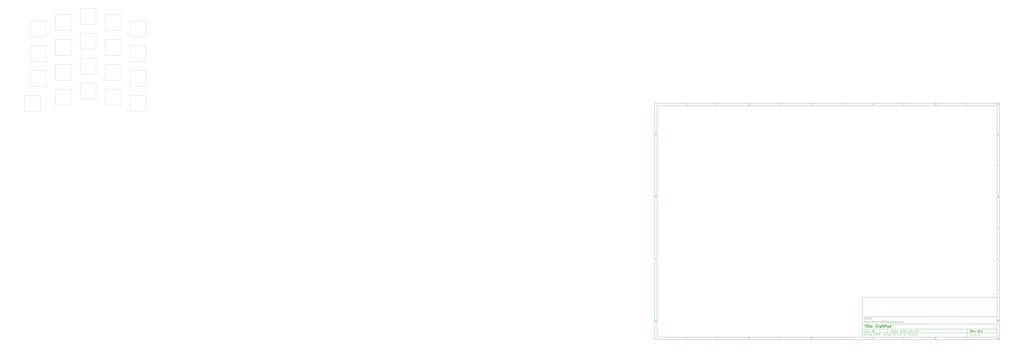
<source format=gbr>
%TF.GenerationSoftware,KiCad,Pcbnew,(5.1.9-0-10_14)*%
%TF.CreationDate,2021-04-02T00:26:10+08:00*%
%TF.ProjectId,MinecraftPad,4d696e65-6372-4616-9674-5061642e6b69,v0.1*%
%TF.SameCoordinates,Original*%
%TF.FileFunction,Other,Fab,Bot*%
%FSLAX46Y46*%
G04 Gerber Fmt 4.6, Leading zero omitted, Abs format (unit mm)*
G04 Created by KiCad (PCBNEW (5.1.9-0-10_14)) date 2021-04-02 00:26:10*
%MOMM*%
%LPD*%
G01*
G04 APERTURE LIST*
%ADD10C,0.100000*%
%ADD11C,0.150000*%
%ADD12C,0.300000*%
%ADD13C,0.400000*%
G04 APERTURE END LIST*
D10*
D11*
X177002200Y-166007200D02*
X177002200Y-198007200D01*
X285002200Y-198007200D01*
X285002200Y-166007200D01*
X177002200Y-166007200D01*
D10*
D11*
X10000000Y-10000000D02*
X10000000Y-200007200D01*
X287002200Y-200007200D01*
X287002200Y-10000000D01*
X10000000Y-10000000D01*
D10*
D11*
X12000000Y-12000000D02*
X12000000Y-198007200D01*
X285002200Y-198007200D01*
X285002200Y-12000000D01*
X12000000Y-12000000D01*
D10*
D11*
X60000000Y-12000000D02*
X60000000Y-10000000D01*
D10*
D11*
X110000000Y-12000000D02*
X110000000Y-10000000D01*
D10*
D11*
X160000000Y-12000000D02*
X160000000Y-10000000D01*
D10*
D11*
X210000000Y-12000000D02*
X210000000Y-10000000D01*
D10*
D11*
X260000000Y-12000000D02*
X260000000Y-10000000D01*
D10*
D11*
X36065476Y-11588095D02*
X35322619Y-11588095D01*
X35694047Y-11588095D02*
X35694047Y-10288095D01*
X35570238Y-10473809D01*
X35446428Y-10597619D01*
X35322619Y-10659523D01*
D10*
D11*
X85322619Y-10411904D02*
X85384523Y-10350000D01*
X85508333Y-10288095D01*
X85817857Y-10288095D01*
X85941666Y-10350000D01*
X86003571Y-10411904D01*
X86065476Y-10535714D01*
X86065476Y-10659523D01*
X86003571Y-10845238D01*
X85260714Y-11588095D01*
X86065476Y-11588095D01*
D10*
D11*
X135260714Y-10288095D02*
X136065476Y-10288095D01*
X135632142Y-10783333D01*
X135817857Y-10783333D01*
X135941666Y-10845238D01*
X136003571Y-10907142D01*
X136065476Y-11030952D01*
X136065476Y-11340476D01*
X136003571Y-11464285D01*
X135941666Y-11526190D01*
X135817857Y-11588095D01*
X135446428Y-11588095D01*
X135322619Y-11526190D01*
X135260714Y-11464285D01*
D10*
D11*
X185941666Y-10721428D02*
X185941666Y-11588095D01*
X185632142Y-10226190D02*
X185322619Y-11154761D01*
X186127380Y-11154761D01*
D10*
D11*
X236003571Y-10288095D02*
X235384523Y-10288095D01*
X235322619Y-10907142D01*
X235384523Y-10845238D01*
X235508333Y-10783333D01*
X235817857Y-10783333D01*
X235941666Y-10845238D01*
X236003571Y-10907142D01*
X236065476Y-11030952D01*
X236065476Y-11340476D01*
X236003571Y-11464285D01*
X235941666Y-11526190D01*
X235817857Y-11588095D01*
X235508333Y-11588095D01*
X235384523Y-11526190D01*
X235322619Y-11464285D01*
D10*
D11*
X285941666Y-10288095D02*
X285694047Y-10288095D01*
X285570238Y-10350000D01*
X285508333Y-10411904D01*
X285384523Y-10597619D01*
X285322619Y-10845238D01*
X285322619Y-11340476D01*
X285384523Y-11464285D01*
X285446428Y-11526190D01*
X285570238Y-11588095D01*
X285817857Y-11588095D01*
X285941666Y-11526190D01*
X286003571Y-11464285D01*
X286065476Y-11340476D01*
X286065476Y-11030952D01*
X286003571Y-10907142D01*
X285941666Y-10845238D01*
X285817857Y-10783333D01*
X285570238Y-10783333D01*
X285446428Y-10845238D01*
X285384523Y-10907142D01*
X285322619Y-11030952D01*
D10*
D11*
X60000000Y-198007200D02*
X60000000Y-200007200D01*
D10*
D11*
X110000000Y-198007200D02*
X110000000Y-200007200D01*
D10*
D11*
X160000000Y-198007200D02*
X160000000Y-200007200D01*
D10*
D11*
X210000000Y-198007200D02*
X210000000Y-200007200D01*
D10*
D11*
X260000000Y-198007200D02*
X260000000Y-200007200D01*
D10*
D11*
X36065476Y-199595295D02*
X35322619Y-199595295D01*
X35694047Y-199595295D02*
X35694047Y-198295295D01*
X35570238Y-198481009D01*
X35446428Y-198604819D01*
X35322619Y-198666723D01*
D10*
D11*
X85322619Y-198419104D02*
X85384523Y-198357200D01*
X85508333Y-198295295D01*
X85817857Y-198295295D01*
X85941666Y-198357200D01*
X86003571Y-198419104D01*
X86065476Y-198542914D01*
X86065476Y-198666723D01*
X86003571Y-198852438D01*
X85260714Y-199595295D01*
X86065476Y-199595295D01*
D10*
D11*
X135260714Y-198295295D02*
X136065476Y-198295295D01*
X135632142Y-198790533D01*
X135817857Y-198790533D01*
X135941666Y-198852438D01*
X136003571Y-198914342D01*
X136065476Y-199038152D01*
X136065476Y-199347676D01*
X136003571Y-199471485D01*
X135941666Y-199533390D01*
X135817857Y-199595295D01*
X135446428Y-199595295D01*
X135322619Y-199533390D01*
X135260714Y-199471485D01*
D10*
D11*
X185941666Y-198728628D02*
X185941666Y-199595295D01*
X185632142Y-198233390D02*
X185322619Y-199161961D01*
X186127380Y-199161961D01*
D10*
D11*
X236003571Y-198295295D02*
X235384523Y-198295295D01*
X235322619Y-198914342D01*
X235384523Y-198852438D01*
X235508333Y-198790533D01*
X235817857Y-198790533D01*
X235941666Y-198852438D01*
X236003571Y-198914342D01*
X236065476Y-199038152D01*
X236065476Y-199347676D01*
X236003571Y-199471485D01*
X235941666Y-199533390D01*
X235817857Y-199595295D01*
X235508333Y-199595295D01*
X235384523Y-199533390D01*
X235322619Y-199471485D01*
D10*
D11*
X285941666Y-198295295D02*
X285694047Y-198295295D01*
X285570238Y-198357200D01*
X285508333Y-198419104D01*
X285384523Y-198604819D01*
X285322619Y-198852438D01*
X285322619Y-199347676D01*
X285384523Y-199471485D01*
X285446428Y-199533390D01*
X285570238Y-199595295D01*
X285817857Y-199595295D01*
X285941666Y-199533390D01*
X286003571Y-199471485D01*
X286065476Y-199347676D01*
X286065476Y-199038152D01*
X286003571Y-198914342D01*
X285941666Y-198852438D01*
X285817857Y-198790533D01*
X285570238Y-198790533D01*
X285446428Y-198852438D01*
X285384523Y-198914342D01*
X285322619Y-199038152D01*
D10*
D11*
X10000000Y-60000000D02*
X12000000Y-60000000D01*
D10*
D11*
X10000000Y-110000000D02*
X12000000Y-110000000D01*
D10*
D11*
X10000000Y-160000000D02*
X12000000Y-160000000D01*
D10*
D11*
X10690476Y-35216666D02*
X11309523Y-35216666D01*
X10566666Y-35588095D02*
X11000000Y-34288095D01*
X11433333Y-35588095D01*
D10*
D11*
X11092857Y-84907142D02*
X11278571Y-84969047D01*
X11340476Y-85030952D01*
X11402380Y-85154761D01*
X11402380Y-85340476D01*
X11340476Y-85464285D01*
X11278571Y-85526190D01*
X11154761Y-85588095D01*
X10659523Y-85588095D01*
X10659523Y-84288095D01*
X11092857Y-84288095D01*
X11216666Y-84350000D01*
X11278571Y-84411904D01*
X11340476Y-84535714D01*
X11340476Y-84659523D01*
X11278571Y-84783333D01*
X11216666Y-84845238D01*
X11092857Y-84907142D01*
X10659523Y-84907142D01*
D10*
D11*
X11402380Y-135464285D02*
X11340476Y-135526190D01*
X11154761Y-135588095D01*
X11030952Y-135588095D01*
X10845238Y-135526190D01*
X10721428Y-135402380D01*
X10659523Y-135278571D01*
X10597619Y-135030952D01*
X10597619Y-134845238D01*
X10659523Y-134597619D01*
X10721428Y-134473809D01*
X10845238Y-134350000D01*
X11030952Y-134288095D01*
X11154761Y-134288095D01*
X11340476Y-134350000D01*
X11402380Y-134411904D01*
D10*
D11*
X10659523Y-185588095D02*
X10659523Y-184288095D01*
X10969047Y-184288095D01*
X11154761Y-184350000D01*
X11278571Y-184473809D01*
X11340476Y-184597619D01*
X11402380Y-184845238D01*
X11402380Y-185030952D01*
X11340476Y-185278571D01*
X11278571Y-185402380D01*
X11154761Y-185526190D01*
X10969047Y-185588095D01*
X10659523Y-185588095D01*
D10*
D11*
X287002200Y-60000000D02*
X285002200Y-60000000D01*
D10*
D11*
X287002200Y-110000000D02*
X285002200Y-110000000D01*
D10*
D11*
X287002200Y-160000000D02*
X285002200Y-160000000D01*
D10*
D11*
X285692676Y-35216666D02*
X286311723Y-35216666D01*
X285568866Y-35588095D02*
X286002200Y-34288095D01*
X286435533Y-35588095D01*
D10*
D11*
X286095057Y-84907142D02*
X286280771Y-84969047D01*
X286342676Y-85030952D01*
X286404580Y-85154761D01*
X286404580Y-85340476D01*
X286342676Y-85464285D01*
X286280771Y-85526190D01*
X286156961Y-85588095D01*
X285661723Y-85588095D01*
X285661723Y-84288095D01*
X286095057Y-84288095D01*
X286218866Y-84350000D01*
X286280771Y-84411904D01*
X286342676Y-84535714D01*
X286342676Y-84659523D01*
X286280771Y-84783333D01*
X286218866Y-84845238D01*
X286095057Y-84907142D01*
X285661723Y-84907142D01*
D10*
D11*
X286404580Y-135464285D02*
X286342676Y-135526190D01*
X286156961Y-135588095D01*
X286033152Y-135588095D01*
X285847438Y-135526190D01*
X285723628Y-135402380D01*
X285661723Y-135278571D01*
X285599819Y-135030952D01*
X285599819Y-134845238D01*
X285661723Y-134597619D01*
X285723628Y-134473809D01*
X285847438Y-134350000D01*
X286033152Y-134288095D01*
X286156961Y-134288095D01*
X286342676Y-134350000D01*
X286404580Y-134411904D01*
D10*
D11*
X285661723Y-185588095D02*
X285661723Y-184288095D01*
X285971247Y-184288095D01*
X286156961Y-184350000D01*
X286280771Y-184473809D01*
X286342676Y-184597619D01*
X286404580Y-184845238D01*
X286404580Y-185030952D01*
X286342676Y-185278571D01*
X286280771Y-185402380D01*
X286156961Y-185526190D01*
X285971247Y-185588095D01*
X285661723Y-185588095D01*
D10*
D11*
X200434342Y-193785771D02*
X200434342Y-192285771D01*
X200791485Y-192285771D01*
X201005771Y-192357200D01*
X201148628Y-192500057D01*
X201220057Y-192642914D01*
X201291485Y-192928628D01*
X201291485Y-193142914D01*
X201220057Y-193428628D01*
X201148628Y-193571485D01*
X201005771Y-193714342D01*
X200791485Y-193785771D01*
X200434342Y-193785771D01*
X202577200Y-193785771D02*
X202577200Y-193000057D01*
X202505771Y-192857200D01*
X202362914Y-192785771D01*
X202077200Y-192785771D01*
X201934342Y-192857200D01*
X202577200Y-193714342D02*
X202434342Y-193785771D01*
X202077200Y-193785771D01*
X201934342Y-193714342D01*
X201862914Y-193571485D01*
X201862914Y-193428628D01*
X201934342Y-193285771D01*
X202077200Y-193214342D01*
X202434342Y-193214342D01*
X202577200Y-193142914D01*
X203077200Y-192785771D02*
X203648628Y-192785771D01*
X203291485Y-192285771D02*
X203291485Y-193571485D01*
X203362914Y-193714342D01*
X203505771Y-193785771D01*
X203648628Y-193785771D01*
X204720057Y-193714342D02*
X204577200Y-193785771D01*
X204291485Y-193785771D01*
X204148628Y-193714342D01*
X204077200Y-193571485D01*
X204077200Y-193000057D01*
X204148628Y-192857200D01*
X204291485Y-192785771D01*
X204577200Y-192785771D01*
X204720057Y-192857200D01*
X204791485Y-193000057D01*
X204791485Y-193142914D01*
X204077200Y-193285771D01*
X205434342Y-193642914D02*
X205505771Y-193714342D01*
X205434342Y-193785771D01*
X205362914Y-193714342D01*
X205434342Y-193642914D01*
X205434342Y-193785771D01*
X205434342Y-192857200D02*
X205505771Y-192928628D01*
X205434342Y-193000057D01*
X205362914Y-192928628D01*
X205434342Y-192857200D01*
X205434342Y-193000057D01*
X207220057Y-192428628D02*
X207291485Y-192357200D01*
X207434342Y-192285771D01*
X207791485Y-192285771D01*
X207934342Y-192357200D01*
X208005771Y-192428628D01*
X208077200Y-192571485D01*
X208077200Y-192714342D01*
X208005771Y-192928628D01*
X207148628Y-193785771D01*
X208077200Y-193785771D01*
X209005771Y-192285771D02*
X209148628Y-192285771D01*
X209291485Y-192357200D01*
X209362914Y-192428628D01*
X209434342Y-192571485D01*
X209505771Y-192857200D01*
X209505771Y-193214342D01*
X209434342Y-193500057D01*
X209362914Y-193642914D01*
X209291485Y-193714342D01*
X209148628Y-193785771D01*
X209005771Y-193785771D01*
X208862914Y-193714342D01*
X208791485Y-193642914D01*
X208720057Y-193500057D01*
X208648628Y-193214342D01*
X208648628Y-192857200D01*
X208720057Y-192571485D01*
X208791485Y-192428628D01*
X208862914Y-192357200D01*
X209005771Y-192285771D01*
X210077200Y-192428628D02*
X210148628Y-192357200D01*
X210291485Y-192285771D01*
X210648628Y-192285771D01*
X210791485Y-192357200D01*
X210862914Y-192428628D01*
X210934342Y-192571485D01*
X210934342Y-192714342D01*
X210862914Y-192928628D01*
X210005771Y-193785771D01*
X210934342Y-193785771D01*
X212362914Y-193785771D02*
X211505771Y-193785771D01*
X211934342Y-193785771D02*
X211934342Y-192285771D01*
X211791485Y-192500057D01*
X211648628Y-192642914D01*
X211505771Y-192714342D01*
X213005771Y-193214342D02*
X214148628Y-193214342D01*
X215148628Y-192285771D02*
X215291485Y-192285771D01*
X215434342Y-192357200D01*
X215505771Y-192428628D01*
X215577200Y-192571485D01*
X215648628Y-192857200D01*
X215648628Y-193214342D01*
X215577200Y-193500057D01*
X215505771Y-193642914D01*
X215434342Y-193714342D01*
X215291485Y-193785771D01*
X215148628Y-193785771D01*
X215005771Y-193714342D01*
X214934342Y-193642914D01*
X214862914Y-193500057D01*
X214791485Y-193214342D01*
X214791485Y-192857200D01*
X214862914Y-192571485D01*
X214934342Y-192428628D01*
X215005771Y-192357200D01*
X215148628Y-192285771D01*
X216934342Y-192785771D02*
X216934342Y-193785771D01*
X216577200Y-192214342D02*
X216220057Y-193285771D01*
X217148628Y-193285771D01*
X217720057Y-193214342D02*
X218862914Y-193214342D01*
X219862914Y-192285771D02*
X220005771Y-192285771D01*
X220148628Y-192357200D01*
X220220057Y-192428628D01*
X220291485Y-192571485D01*
X220362914Y-192857200D01*
X220362914Y-193214342D01*
X220291485Y-193500057D01*
X220220057Y-193642914D01*
X220148628Y-193714342D01*
X220005771Y-193785771D01*
X219862914Y-193785771D01*
X219720057Y-193714342D01*
X219648628Y-193642914D01*
X219577200Y-193500057D01*
X219505771Y-193214342D01*
X219505771Y-192857200D01*
X219577200Y-192571485D01*
X219648628Y-192428628D01*
X219720057Y-192357200D01*
X219862914Y-192285771D01*
X221791485Y-193785771D02*
X220934342Y-193785771D01*
X221362914Y-193785771D02*
X221362914Y-192285771D01*
X221220057Y-192500057D01*
X221077200Y-192642914D01*
X220934342Y-192714342D01*
D10*
D11*
X177002200Y-194507200D02*
X285002200Y-194507200D01*
D10*
D11*
X178434342Y-196585771D02*
X178434342Y-195085771D01*
X179291485Y-196585771D02*
X178648628Y-195728628D01*
X179291485Y-195085771D02*
X178434342Y-195942914D01*
X179934342Y-196585771D02*
X179934342Y-195585771D01*
X179934342Y-195085771D02*
X179862914Y-195157200D01*
X179934342Y-195228628D01*
X180005771Y-195157200D01*
X179934342Y-195085771D01*
X179934342Y-195228628D01*
X181505771Y-196442914D02*
X181434342Y-196514342D01*
X181220057Y-196585771D01*
X181077200Y-196585771D01*
X180862914Y-196514342D01*
X180720057Y-196371485D01*
X180648628Y-196228628D01*
X180577200Y-195942914D01*
X180577200Y-195728628D01*
X180648628Y-195442914D01*
X180720057Y-195300057D01*
X180862914Y-195157200D01*
X181077200Y-195085771D01*
X181220057Y-195085771D01*
X181434342Y-195157200D01*
X181505771Y-195228628D01*
X182791485Y-196585771D02*
X182791485Y-195800057D01*
X182720057Y-195657200D01*
X182577200Y-195585771D01*
X182291485Y-195585771D01*
X182148628Y-195657200D01*
X182791485Y-196514342D02*
X182648628Y-196585771D01*
X182291485Y-196585771D01*
X182148628Y-196514342D01*
X182077200Y-196371485D01*
X182077200Y-196228628D01*
X182148628Y-196085771D01*
X182291485Y-196014342D01*
X182648628Y-196014342D01*
X182791485Y-195942914D01*
X184148628Y-196585771D02*
X184148628Y-195085771D01*
X184148628Y-196514342D02*
X184005771Y-196585771D01*
X183720057Y-196585771D01*
X183577200Y-196514342D01*
X183505771Y-196442914D01*
X183434342Y-196300057D01*
X183434342Y-195871485D01*
X183505771Y-195728628D01*
X183577200Y-195657200D01*
X183720057Y-195585771D01*
X184005771Y-195585771D01*
X184148628Y-195657200D01*
X186005771Y-195800057D02*
X186505771Y-195800057D01*
X186720057Y-196585771D02*
X186005771Y-196585771D01*
X186005771Y-195085771D01*
X186720057Y-195085771D01*
X187362914Y-196442914D02*
X187434342Y-196514342D01*
X187362914Y-196585771D01*
X187291485Y-196514342D01*
X187362914Y-196442914D01*
X187362914Y-196585771D01*
X188077200Y-196585771D02*
X188077200Y-195085771D01*
X188434342Y-195085771D01*
X188648628Y-195157200D01*
X188791485Y-195300057D01*
X188862914Y-195442914D01*
X188934342Y-195728628D01*
X188934342Y-195942914D01*
X188862914Y-196228628D01*
X188791485Y-196371485D01*
X188648628Y-196514342D01*
X188434342Y-196585771D01*
X188077200Y-196585771D01*
X189577200Y-196442914D02*
X189648628Y-196514342D01*
X189577200Y-196585771D01*
X189505771Y-196514342D01*
X189577200Y-196442914D01*
X189577200Y-196585771D01*
X190220057Y-196157200D02*
X190934342Y-196157200D01*
X190077200Y-196585771D02*
X190577200Y-195085771D01*
X191077200Y-196585771D01*
X191577200Y-196442914D02*
X191648628Y-196514342D01*
X191577200Y-196585771D01*
X191505771Y-196514342D01*
X191577200Y-196442914D01*
X191577200Y-196585771D01*
X194577200Y-196585771D02*
X194577200Y-195085771D01*
X194720057Y-196014342D02*
X195148628Y-196585771D01*
X195148628Y-195585771D02*
X194577200Y-196157200D01*
X195791485Y-196585771D02*
X195791485Y-195585771D01*
X195791485Y-195085771D02*
X195720057Y-195157200D01*
X195791485Y-195228628D01*
X195862914Y-195157200D01*
X195791485Y-195085771D01*
X195791485Y-195228628D01*
X197148628Y-196514342D02*
X197005771Y-196585771D01*
X196720057Y-196585771D01*
X196577200Y-196514342D01*
X196505771Y-196442914D01*
X196434342Y-196300057D01*
X196434342Y-195871485D01*
X196505771Y-195728628D01*
X196577200Y-195657200D01*
X196720057Y-195585771D01*
X197005771Y-195585771D01*
X197148628Y-195657200D01*
X198434342Y-196585771D02*
X198434342Y-195800057D01*
X198362914Y-195657200D01*
X198220057Y-195585771D01*
X197934342Y-195585771D01*
X197791485Y-195657200D01*
X198434342Y-196514342D02*
X198291485Y-196585771D01*
X197934342Y-196585771D01*
X197791485Y-196514342D01*
X197720057Y-196371485D01*
X197720057Y-196228628D01*
X197791485Y-196085771D01*
X197934342Y-196014342D01*
X198291485Y-196014342D01*
X198434342Y-195942914D01*
X199791485Y-196585771D02*
X199791485Y-195085771D01*
X199791485Y-196514342D02*
X199648628Y-196585771D01*
X199362914Y-196585771D01*
X199220057Y-196514342D01*
X199148628Y-196442914D01*
X199077200Y-196300057D01*
X199077200Y-195871485D01*
X199148628Y-195728628D01*
X199220057Y-195657200D01*
X199362914Y-195585771D01*
X199648628Y-195585771D01*
X199791485Y-195657200D01*
X202077200Y-197157200D02*
X202005771Y-197085771D01*
X201862914Y-196871485D01*
X201791485Y-196728628D01*
X201720057Y-196514342D01*
X201648628Y-196157200D01*
X201648628Y-195871485D01*
X201720057Y-195514342D01*
X201791485Y-195300057D01*
X201862914Y-195157200D01*
X202005771Y-194942914D01*
X202077200Y-194871485D01*
X203362914Y-195085771D02*
X202648628Y-195085771D01*
X202577200Y-195800057D01*
X202648628Y-195728628D01*
X202791485Y-195657200D01*
X203148628Y-195657200D01*
X203291485Y-195728628D01*
X203362914Y-195800057D01*
X203434342Y-195942914D01*
X203434342Y-196300057D01*
X203362914Y-196442914D01*
X203291485Y-196514342D01*
X203148628Y-196585771D01*
X202791485Y-196585771D01*
X202648628Y-196514342D01*
X202577200Y-196442914D01*
X204077200Y-196442914D02*
X204148628Y-196514342D01*
X204077200Y-196585771D01*
X204005771Y-196514342D01*
X204077200Y-196442914D01*
X204077200Y-196585771D01*
X205577200Y-196585771D02*
X204720057Y-196585771D01*
X205148628Y-196585771D02*
X205148628Y-195085771D01*
X205005771Y-195300057D01*
X204862914Y-195442914D01*
X204720057Y-195514342D01*
X206220057Y-196442914D02*
X206291485Y-196514342D01*
X206220057Y-196585771D01*
X206148628Y-196514342D01*
X206220057Y-196442914D01*
X206220057Y-196585771D01*
X207005771Y-196585771D02*
X207291485Y-196585771D01*
X207434342Y-196514342D01*
X207505771Y-196442914D01*
X207648628Y-196228628D01*
X207720057Y-195942914D01*
X207720057Y-195371485D01*
X207648628Y-195228628D01*
X207577200Y-195157200D01*
X207434342Y-195085771D01*
X207148628Y-195085771D01*
X207005771Y-195157200D01*
X206934342Y-195228628D01*
X206862914Y-195371485D01*
X206862914Y-195728628D01*
X206934342Y-195871485D01*
X207005771Y-195942914D01*
X207148628Y-196014342D01*
X207434342Y-196014342D01*
X207577200Y-195942914D01*
X207648628Y-195871485D01*
X207720057Y-195728628D01*
X208362914Y-196014342D02*
X209505771Y-196014342D01*
X210505771Y-195085771D02*
X210648628Y-195085771D01*
X210791485Y-195157200D01*
X210862914Y-195228628D01*
X210934342Y-195371485D01*
X211005771Y-195657200D01*
X211005771Y-196014342D01*
X210934342Y-196300057D01*
X210862914Y-196442914D01*
X210791485Y-196514342D01*
X210648628Y-196585771D01*
X210505771Y-196585771D01*
X210362914Y-196514342D01*
X210291485Y-196442914D01*
X210220057Y-196300057D01*
X210148628Y-196014342D01*
X210148628Y-195657200D01*
X210220057Y-195371485D01*
X210291485Y-195228628D01*
X210362914Y-195157200D01*
X210505771Y-195085771D01*
X211648628Y-196014342D02*
X212791485Y-196014342D01*
X214291485Y-196585771D02*
X213434342Y-196585771D01*
X213862914Y-196585771D02*
X213862914Y-195085771D01*
X213720057Y-195300057D01*
X213577200Y-195442914D01*
X213434342Y-195514342D01*
X215220057Y-195085771D02*
X215362914Y-195085771D01*
X215505771Y-195157200D01*
X215577200Y-195228628D01*
X215648628Y-195371485D01*
X215720057Y-195657200D01*
X215720057Y-196014342D01*
X215648628Y-196300057D01*
X215577200Y-196442914D01*
X215505771Y-196514342D01*
X215362914Y-196585771D01*
X215220057Y-196585771D01*
X215077200Y-196514342D01*
X215005771Y-196442914D01*
X214934342Y-196300057D01*
X214862914Y-196014342D01*
X214862914Y-195657200D01*
X214934342Y-195371485D01*
X215005771Y-195228628D01*
X215077200Y-195157200D01*
X215220057Y-195085771D01*
X216005771Y-196728628D02*
X217148628Y-196728628D01*
X218291485Y-196585771D02*
X217434342Y-196585771D01*
X217862914Y-196585771D02*
X217862914Y-195085771D01*
X217720057Y-195300057D01*
X217577200Y-195442914D01*
X217434342Y-195514342D01*
X219577200Y-195585771D02*
X219577200Y-196585771D01*
X219220057Y-195014342D02*
X218862914Y-196085771D01*
X219791485Y-196085771D01*
X220220057Y-197157200D02*
X220291485Y-197085771D01*
X220434342Y-196871485D01*
X220505771Y-196728628D01*
X220577200Y-196514342D01*
X220648628Y-196157200D01*
X220648628Y-195871485D01*
X220577200Y-195514342D01*
X220505771Y-195300057D01*
X220434342Y-195157200D01*
X220291485Y-194942914D01*
X220220057Y-194871485D01*
D10*
D11*
X177002200Y-191507200D02*
X285002200Y-191507200D01*
D10*
D12*
X264411485Y-193785771D02*
X263911485Y-193071485D01*
X263554342Y-193785771D02*
X263554342Y-192285771D01*
X264125771Y-192285771D01*
X264268628Y-192357200D01*
X264340057Y-192428628D01*
X264411485Y-192571485D01*
X264411485Y-192785771D01*
X264340057Y-192928628D01*
X264268628Y-193000057D01*
X264125771Y-193071485D01*
X263554342Y-193071485D01*
X265625771Y-193714342D02*
X265482914Y-193785771D01*
X265197200Y-193785771D01*
X265054342Y-193714342D01*
X264982914Y-193571485D01*
X264982914Y-193000057D01*
X265054342Y-192857200D01*
X265197200Y-192785771D01*
X265482914Y-192785771D01*
X265625771Y-192857200D01*
X265697200Y-193000057D01*
X265697200Y-193142914D01*
X264982914Y-193285771D01*
X266197200Y-192785771D02*
X266554342Y-193785771D01*
X266911485Y-192785771D01*
X267482914Y-193642914D02*
X267554342Y-193714342D01*
X267482914Y-193785771D01*
X267411485Y-193714342D01*
X267482914Y-193642914D01*
X267482914Y-193785771D01*
X267482914Y-192857200D02*
X267554342Y-192928628D01*
X267482914Y-193000057D01*
X267411485Y-192928628D01*
X267482914Y-192857200D01*
X267482914Y-193000057D01*
X269197200Y-192785771D02*
X269554342Y-193785771D01*
X269911485Y-192785771D01*
X270768628Y-192285771D02*
X270911485Y-192285771D01*
X271054342Y-192357200D01*
X271125771Y-192428628D01*
X271197200Y-192571485D01*
X271268628Y-192857200D01*
X271268628Y-193214342D01*
X271197200Y-193500057D01*
X271125771Y-193642914D01*
X271054342Y-193714342D01*
X270911485Y-193785771D01*
X270768628Y-193785771D01*
X270625771Y-193714342D01*
X270554342Y-193642914D01*
X270482914Y-193500057D01*
X270411485Y-193214342D01*
X270411485Y-192857200D01*
X270482914Y-192571485D01*
X270554342Y-192428628D01*
X270625771Y-192357200D01*
X270768628Y-192285771D01*
X271911485Y-193642914D02*
X271982914Y-193714342D01*
X271911485Y-193785771D01*
X271840057Y-193714342D01*
X271911485Y-193642914D01*
X271911485Y-193785771D01*
X273411485Y-193785771D02*
X272554342Y-193785771D01*
X272982914Y-193785771D02*
X272982914Y-192285771D01*
X272840057Y-192500057D01*
X272697200Y-192642914D01*
X272554342Y-192714342D01*
D10*
D11*
X178362914Y-193714342D02*
X178577200Y-193785771D01*
X178934342Y-193785771D01*
X179077200Y-193714342D01*
X179148628Y-193642914D01*
X179220057Y-193500057D01*
X179220057Y-193357200D01*
X179148628Y-193214342D01*
X179077200Y-193142914D01*
X178934342Y-193071485D01*
X178648628Y-193000057D01*
X178505771Y-192928628D01*
X178434342Y-192857200D01*
X178362914Y-192714342D01*
X178362914Y-192571485D01*
X178434342Y-192428628D01*
X178505771Y-192357200D01*
X178648628Y-192285771D01*
X179005771Y-192285771D01*
X179220057Y-192357200D01*
X179862914Y-193785771D02*
X179862914Y-192785771D01*
X179862914Y-192285771D02*
X179791485Y-192357200D01*
X179862914Y-192428628D01*
X179934342Y-192357200D01*
X179862914Y-192285771D01*
X179862914Y-192428628D01*
X180434342Y-192785771D02*
X181220057Y-192785771D01*
X180434342Y-193785771D01*
X181220057Y-193785771D01*
X182362914Y-193714342D02*
X182220057Y-193785771D01*
X181934342Y-193785771D01*
X181791485Y-193714342D01*
X181720057Y-193571485D01*
X181720057Y-193000057D01*
X181791485Y-192857200D01*
X181934342Y-192785771D01*
X182220057Y-192785771D01*
X182362914Y-192857200D01*
X182434342Y-193000057D01*
X182434342Y-193142914D01*
X181720057Y-193285771D01*
X183077200Y-193642914D02*
X183148628Y-193714342D01*
X183077200Y-193785771D01*
X183005771Y-193714342D01*
X183077200Y-193642914D01*
X183077200Y-193785771D01*
X183077200Y-192857200D02*
X183148628Y-192928628D01*
X183077200Y-193000057D01*
X183005771Y-192928628D01*
X183077200Y-192857200D01*
X183077200Y-193000057D01*
X184862914Y-193357200D02*
X185577200Y-193357200D01*
X184720057Y-193785771D02*
X185220057Y-192285771D01*
X185720057Y-193785771D01*
X186862914Y-192785771D02*
X186862914Y-193785771D01*
X186505771Y-192214342D02*
X186148628Y-193285771D01*
X187077200Y-193285771D01*
D10*
D11*
X263434342Y-196585771D02*
X263434342Y-195085771D01*
X264791485Y-196585771D02*
X264791485Y-195085771D01*
X264791485Y-196514342D02*
X264648628Y-196585771D01*
X264362914Y-196585771D01*
X264220057Y-196514342D01*
X264148628Y-196442914D01*
X264077200Y-196300057D01*
X264077200Y-195871485D01*
X264148628Y-195728628D01*
X264220057Y-195657200D01*
X264362914Y-195585771D01*
X264648628Y-195585771D01*
X264791485Y-195657200D01*
X265505771Y-196442914D02*
X265577200Y-196514342D01*
X265505771Y-196585771D01*
X265434342Y-196514342D01*
X265505771Y-196442914D01*
X265505771Y-196585771D01*
X265505771Y-195657200D02*
X265577200Y-195728628D01*
X265505771Y-195800057D01*
X265434342Y-195728628D01*
X265505771Y-195657200D01*
X265505771Y-195800057D01*
X268148628Y-196585771D02*
X267291485Y-196585771D01*
X267720057Y-196585771D02*
X267720057Y-195085771D01*
X267577200Y-195300057D01*
X267434342Y-195442914D01*
X267291485Y-195514342D01*
X269862914Y-195014342D02*
X268577200Y-196942914D01*
X271148628Y-196585771D02*
X270291485Y-196585771D01*
X270720057Y-196585771D02*
X270720057Y-195085771D01*
X270577200Y-195300057D01*
X270434342Y-195442914D01*
X270291485Y-195514342D01*
D10*
D11*
X177002200Y-187507200D02*
X285002200Y-187507200D01*
D10*
D13*
X178714580Y-188211961D02*
X179857438Y-188211961D01*
X179036009Y-190211961D02*
X179286009Y-188211961D01*
X180274104Y-190211961D02*
X180440771Y-188878628D01*
X180524104Y-188211961D02*
X180416961Y-188307200D01*
X180500295Y-188402438D01*
X180607438Y-188307200D01*
X180524104Y-188211961D01*
X180500295Y-188402438D01*
X181107438Y-188878628D02*
X181869342Y-188878628D01*
X181476485Y-188211961D02*
X181262200Y-189926247D01*
X181333628Y-190116723D01*
X181512200Y-190211961D01*
X181702676Y-190211961D01*
X182655057Y-190211961D02*
X182476485Y-190116723D01*
X182405057Y-189926247D01*
X182619342Y-188211961D01*
X184190771Y-190116723D02*
X183988390Y-190211961D01*
X183607438Y-190211961D01*
X183428866Y-190116723D01*
X183357438Y-189926247D01*
X183452676Y-189164342D01*
X183571723Y-188973866D01*
X183774104Y-188878628D01*
X184155057Y-188878628D01*
X184333628Y-188973866D01*
X184405057Y-189164342D01*
X184381247Y-189354819D01*
X183405057Y-189545295D01*
X185155057Y-190021485D02*
X185238390Y-190116723D01*
X185131247Y-190211961D01*
X185047914Y-190116723D01*
X185155057Y-190021485D01*
X185131247Y-190211961D01*
X185286009Y-188973866D02*
X185369342Y-189069104D01*
X185262200Y-189164342D01*
X185178866Y-189069104D01*
X185286009Y-188973866D01*
X185262200Y-189164342D01*
X188774104Y-190021485D02*
X188666961Y-190116723D01*
X188369342Y-190211961D01*
X188178866Y-190211961D01*
X187905057Y-190116723D01*
X187738390Y-189926247D01*
X187666961Y-189735771D01*
X187619342Y-189354819D01*
X187655057Y-189069104D01*
X187797914Y-188688152D01*
X187916961Y-188497676D01*
X188131247Y-188307200D01*
X188428866Y-188211961D01*
X188619342Y-188211961D01*
X188893152Y-188307200D01*
X188976485Y-188402438D01*
X189607438Y-190211961D02*
X189774104Y-188878628D01*
X189726485Y-189259580D02*
X189845533Y-189069104D01*
X189952676Y-188973866D01*
X190155057Y-188878628D01*
X190345533Y-188878628D01*
X191702676Y-190211961D02*
X191833628Y-189164342D01*
X191762200Y-188973866D01*
X191583628Y-188878628D01*
X191202676Y-188878628D01*
X191000295Y-188973866D01*
X191714580Y-190116723D02*
X191512200Y-190211961D01*
X191036009Y-190211961D01*
X190857438Y-190116723D01*
X190786009Y-189926247D01*
X190809819Y-189735771D01*
X190928866Y-189545295D01*
X191131247Y-189450057D01*
X191607438Y-189450057D01*
X191809819Y-189354819D01*
X192536009Y-188878628D02*
X193297914Y-188878628D01*
X192655057Y-190211961D02*
X192869342Y-188497676D01*
X192988390Y-188307200D01*
X193190771Y-188211961D01*
X193381247Y-188211961D01*
X193678866Y-188878628D02*
X194440771Y-188878628D01*
X194047914Y-188211961D02*
X193833628Y-189926247D01*
X193905057Y-190116723D01*
X194083628Y-190211961D01*
X194274104Y-190211961D01*
X194940771Y-190211961D02*
X195190771Y-188211961D01*
X195952676Y-188211961D01*
X196131247Y-188307200D01*
X196214580Y-188402438D01*
X196286009Y-188592914D01*
X196250295Y-188878628D01*
X196131247Y-189069104D01*
X196024104Y-189164342D01*
X195821723Y-189259580D01*
X195059819Y-189259580D01*
X197797914Y-190211961D02*
X197928866Y-189164342D01*
X197857438Y-188973866D01*
X197678866Y-188878628D01*
X197297914Y-188878628D01*
X197095533Y-188973866D01*
X197809819Y-190116723D02*
X197607438Y-190211961D01*
X197131247Y-190211961D01*
X196952676Y-190116723D01*
X196881247Y-189926247D01*
X196905057Y-189735771D01*
X197024104Y-189545295D01*
X197226485Y-189450057D01*
X197702676Y-189450057D01*
X197905057Y-189354819D01*
X199607438Y-190211961D02*
X199857438Y-188211961D01*
X199619342Y-190116723D02*
X199416961Y-190211961D01*
X199036009Y-190211961D01*
X198857438Y-190116723D01*
X198774104Y-190021485D01*
X198702676Y-189831009D01*
X198774104Y-189259580D01*
X198893152Y-189069104D01*
X199000295Y-188973866D01*
X199202676Y-188878628D01*
X199583628Y-188878628D01*
X199762200Y-188973866D01*
D10*
D11*
X178934342Y-185600057D02*
X178434342Y-185600057D01*
X178434342Y-186385771D02*
X178434342Y-184885771D01*
X179148628Y-184885771D01*
X179720057Y-186385771D02*
X179720057Y-185385771D01*
X179720057Y-184885771D02*
X179648628Y-184957200D01*
X179720057Y-185028628D01*
X179791485Y-184957200D01*
X179720057Y-184885771D01*
X179720057Y-185028628D01*
X180648628Y-186385771D02*
X180505771Y-186314342D01*
X180434342Y-186171485D01*
X180434342Y-184885771D01*
X181791485Y-186314342D02*
X181648628Y-186385771D01*
X181362914Y-186385771D01*
X181220057Y-186314342D01*
X181148628Y-186171485D01*
X181148628Y-185600057D01*
X181220057Y-185457200D01*
X181362914Y-185385771D01*
X181648628Y-185385771D01*
X181791485Y-185457200D01*
X181862914Y-185600057D01*
X181862914Y-185742914D01*
X181148628Y-185885771D01*
X182505771Y-186242914D02*
X182577200Y-186314342D01*
X182505771Y-186385771D01*
X182434342Y-186314342D01*
X182505771Y-186242914D01*
X182505771Y-186385771D01*
X182505771Y-185457200D02*
X182577200Y-185528628D01*
X182505771Y-185600057D01*
X182434342Y-185528628D01*
X182505771Y-185457200D01*
X182505771Y-185600057D01*
X184362914Y-186385771D02*
X184362914Y-184885771D01*
X184862914Y-185957200D01*
X185362914Y-184885771D01*
X185362914Y-186385771D01*
X186077200Y-186385771D02*
X186077200Y-185385771D01*
X186077200Y-184885771D02*
X186005771Y-184957200D01*
X186077200Y-185028628D01*
X186148628Y-184957200D01*
X186077200Y-184885771D01*
X186077200Y-185028628D01*
X186791485Y-185385771D02*
X186791485Y-186385771D01*
X186791485Y-185528628D02*
X186862914Y-185457200D01*
X187005771Y-185385771D01*
X187220057Y-185385771D01*
X187362914Y-185457200D01*
X187434342Y-185600057D01*
X187434342Y-186385771D01*
X188720057Y-186314342D02*
X188577200Y-186385771D01*
X188291485Y-186385771D01*
X188148628Y-186314342D01*
X188077200Y-186171485D01*
X188077200Y-185600057D01*
X188148628Y-185457200D01*
X188291485Y-185385771D01*
X188577200Y-185385771D01*
X188720057Y-185457200D01*
X188791485Y-185600057D01*
X188791485Y-185742914D01*
X188077200Y-185885771D01*
X190077200Y-186314342D02*
X189934342Y-186385771D01*
X189648628Y-186385771D01*
X189505771Y-186314342D01*
X189434342Y-186242914D01*
X189362914Y-186100057D01*
X189362914Y-185671485D01*
X189434342Y-185528628D01*
X189505771Y-185457200D01*
X189648628Y-185385771D01*
X189934342Y-185385771D01*
X190077200Y-185457200D01*
X190720057Y-186385771D02*
X190720057Y-185385771D01*
X190720057Y-185671485D02*
X190791485Y-185528628D01*
X190862914Y-185457200D01*
X191005771Y-185385771D01*
X191148628Y-185385771D01*
X192291485Y-186385771D02*
X192291485Y-185600057D01*
X192220057Y-185457200D01*
X192077200Y-185385771D01*
X191791485Y-185385771D01*
X191648628Y-185457200D01*
X192291485Y-186314342D02*
X192148628Y-186385771D01*
X191791485Y-186385771D01*
X191648628Y-186314342D01*
X191577200Y-186171485D01*
X191577200Y-186028628D01*
X191648628Y-185885771D01*
X191791485Y-185814342D01*
X192148628Y-185814342D01*
X192291485Y-185742914D01*
X192791485Y-185385771D02*
X193362914Y-185385771D01*
X193005771Y-186385771D02*
X193005771Y-185100057D01*
X193077200Y-184957200D01*
X193220057Y-184885771D01*
X193362914Y-184885771D01*
X193648628Y-185385771D02*
X194220057Y-185385771D01*
X193862914Y-184885771D02*
X193862914Y-186171485D01*
X193934342Y-186314342D01*
X194077200Y-186385771D01*
X194220057Y-186385771D01*
X194720057Y-186385771D02*
X194720057Y-184885771D01*
X195291485Y-184885771D01*
X195434342Y-184957200D01*
X195505771Y-185028628D01*
X195577200Y-185171485D01*
X195577200Y-185385771D01*
X195505771Y-185528628D01*
X195434342Y-185600057D01*
X195291485Y-185671485D01*
X194720057Y-185671485D01*
X196862914Y-186385771D02*
X196862914Y-185600057D01*
X196791485Y-185457200D01*
X196648628Y-185385771D01*
X196362914Y-185385771D01*
X196220057Y-185457200D01*
X196862914Y-186314342D02*
X196720057Y-186385771D01*
X196362914Y-186385771D01*
X196220057Y-186314342D01*
X196148628Y-186171485D01*
X196148628Y-186028628D01*
X196220057Y-185885771D01*
X196362914Y-185814342D01*
X196720057Y-185814342D01*
X196862914Y-185742914D01*
X198220057Y-186385771D02*
X198220057Y-184885771D01*
X198220057Y-186314342D02*
X198077200Y-186385771D01*
X197791485Y-186385771D01*
X197648628Y-186314342D01*
X197577200Y-186242914D01*
X197505771Y-186100057D01*
X197505771Y-185671485D01*
X197577200Y-185528628D01*
X197648628Y-185457200D01*
X197791485Y-185385771D01*
X198077200Y-185385771D01*
X198220057Y-185457200D01*
X198934342Y-186242914D02*
X199005771Y-186314342D01*
X198934342Y-186385771D01*
X198862914Y-186314342D01*
X198934342Y-186242914D01*
X198934342Y-186385771D01*
X199648628Y-186385771D02*
X199648628Y-184885771D01*
X199791485Y-185814342D02*
X200220057Y-186385771D01*
X200220057Y-185385771D02*
X199648628Y-185957200D01*
X200862914Y-186385771D02*
X200862914Y-185385771D01*
X200862914Y-184885771D02*
X200791485Y-184957200D01*
X200862914Y-185028628D01*
X200934342Y-184957200D01*
X200862914Y-184885771D01*
X200862914Y-185028628D01*
X202220057Y-186314342D02*
X202077200Y-186385771D01*
X201791485Y-186385771D01*
X201648628Y-186314342D01*
X201577200Y-186242914D01*
X201505771Y-186100057D01*
X201505771Y-185671485D01*
X201577200Y-185528628D01*
X201648628Y-185457200D01*
X201791485Y-185385771D01*
X202077200Y-185385771D01*
X202220057Y-185457200D01*
X203505771Y-186385771D02*
X203505771Y-185600057D01*
X203434342Y-185457200D01*
X203291485Y-185385771D01*
X203005771Y-185385771D01*
X202862914Y-185457200D01*
X203505771Y-186314342D02*
X203362914Y-186385771D01*
X203005771Y-186385771D01*
X202862914Y-186314342D01*
X202791485Y-186171485D01*
X202791485Y-186028628D01*
X202862914Y-185885771D01*
X203005771Y-185814342D01*
X203362914Y-185814342D01*
X203505771Y-185742914D01*
X204862914Y-186385771D02*
X204862914Y-184885771D01*
X204862914Y-186314342D02*
X204720057Y-186385771D01*
X204434342Y-186385771D01*
X204291485Y-186314342D01*
X204220057Y-186242914D01*
X204148628Y-186100057D01*
X204148628Y-185671485D01*
X204220057Y-185528628D01*
X204291485Y-185457200D01*
X204434342Y-185385771D01*
X204720057Y-185385771D01*
X204862914Y-185457200D01*
X205220057Y-186528628D02*
X206362914Y-186528628D01*
X206720057Y-185385771D02*
X206720057Y-186885771D01*
X206720057Y-185457200D02*
X206862914Y-185385771D01*
X207148628Y-185385771D01*
X207291485Y-185457200D01*
X207362914Y-185528628D01*
X207434342Y-185671485D01*
X207434342Y-186100057D01*
X207362914Y-186242914D01*
X207291485Y-186314342D01*
X207148628Y-186385771D01*
X206862914Y-186385771D01*
X206720057Y-186314342D01*
X208720057Y-186314342D02*
X208577200Y-186385771D01*
X208291485Y-186385771D01*
X208148628Y-186314342D01*
X208077200Y-186242914D01*
X208005771Y-186100057D01*
X208005771Y-185671485D01*
X208077200Y-185528628D01*
X208148628Y-185457200D01*
X208291485Y-185385771D01*
X208577200Y-185385771D01*
X208720057Y-185457200D01*
X209362914Y-186385771D02*
X209362914Y-184885771D01*
X209362914Y-185457200D02*
X209505771Y-185385771D01*
X209791485Y-185385771D01*
X209934342Y-185457200D01*
X210005771Y-185528628D01*
X210077200Y-185671485D01*
X210077200Y-186100057D01*
X210005771Y-186242914D01*
X209934342Y-186314342D01*
X209791485Y-186385771D01*
X209505771Y-186385771D01*
X209362914Y-186314342D01*
D10*
D11*
X177002200Y-181507200D02*
X285002200Y-181507200D01*
D10*
D11*
X178362914Y-183614342D02*
X178577200Y-183685771D01*
X178934342Y-183685771D01*
X179077200Y-183614342D01*
X179148628Y-183542914D01*
X179220057Y-183400057D01*
X179220057Y-183257200D01*
X179148628Y-183114342D01*
X179077200Y-183042914D01*
X178934342Y-182971485D01*
X178648628Y-182900057D01*
X178505771Y-182828628D01*
X178434342Y-182757200D01*
X178362914Y-182614342D01*
X178362914Y-182471485D01*
X178434342Y-182328628D01*
X178505771Y-182257200D01*
X178648628Y-182185771D01*
X179005771Y-182185771D01*
X179220057Y-182257200D01*
X179862914Y-183685771D02*
X179862914Y-182185771D01*
X180505771Y-183685771D02*
X180505771Y-182900057D01*
X180434342Y-182757200D01*
X180291485Y-182685771D01*
X180077200Y-182685771D01*
X179934342Y-182757200D01*
X179862914Y-182828628D01*
X181791485Y-183614342D02*
X181648628Y-183685771D01*
X181362914Y-183685771D01*
X181220057Y-183614342D01*
X181148628Y-183471485D01*
X181148628Y-182900057D01*
X181220057Y-182757200D01*
X181362914Y-182685771D01*
X181648628Y-182685771D01*
X181791485Y-182757200D01*
X181862914Y-182900057D01*
X181862914Y-183042914D01*
X181148628Y-183185771D01*
X183077200Y-183614342D02*
X182934342Y-183685771D01*
X182648628Y-183685771D01*
X182505771Y-183614342D01*
X182434342Y-183471485D01*
X182434342Y-182900057D01*
X182505771Y-182757200D01*
X182648628Y-182685771D01*
X182934342Y-182685771D01*
X183077200Y-182757200D01*
X183148628Y-182900057D01*
X183148628Y-183042914D01*
X182434342Y-183185771D01*
X183577200Y-182685771D02*
X184148628Y-182685771D01*
X183791485Y-182185771D02*
X183791485Y-183471485D01*
X183862914Y-183614342D01*
X184005771Y-183685771D01*
X184148628Y-183685771D01*
X184648628Y-183542914D02*
X184720057Y-183614342D01*
X184648628Y-183685771D01*
X184577200Y-183614342D01*
X184648628Y-183542914D01*
X184648628Y-183685771D01*
X184648628Y-182757200D02*
X184720057Y-182828628D01*
X184648628Y-182900057D01*
X184577200Y-182828628D01*
X184648628Y-182757200D01*
X184648628Y-182900057D01*
D10*
D11*
X197002200Y-191507200D02*
X197002200Y-194507200D01*
D10*
D11*
X261002200Y-191507200D02*
X261002200Y-198007200D01*
D10*
%TO.C,SW2*%
X-418650000Y61350000D02*
X-431350000Y61350000D01*
X-431350000Y61350000D02*
X-431350000Y48650000D01*
X-431350000Y48650000D02*
X-418650000Y48650000D01*
X-418650000Y48650000D02*
X-418650000Y61350000D01*
%TO.C,SW1*%
X-398650000Y56350000D02*
X-411350000Y56350000D01*
X-411350000Y56350000D02*
X-411350000Y43650000D01*
X-411350000Y43650000D02*
X-398650000Y43650000D01*
X-398650000Y43650000D02*
X-398650000Y56350000D01*
%TO.C,SW20*%
X-483410000Y-3650000D02*
X-496110000Y-3650000D01*
X-496110000Y-3650000D02*
X-496110000Y-16350000D01*
X-496110000Y-16350000D02*
X-483410000Y-16350000D01*
X-483410000Y-16350000D02*
X-483410000Y-3650000D01*
%TO.C,SW19*%
X-458650000Y1350000D02*
X-471350000Y1350000D01*
X-471350000Y1350000D02*
X-471350000Y-11350000D01*
X-471350000Y-11350000D02*
X-458650000Y-11350000D01*
X-458650000Y-11350000D02*
X-458650000Y1350000D01*
%TO.C,SW18*%
X-438650000Y6350000D02*
X-451350000Y6350000D01*
X-451350000Y6350000D02*
X-451350000Y-6350000D01*
X-451350000Y-6350000D02*
X-438650000Y-6350000D01*
X-438650000Y-6350000D02*
X-438650000Y6350000D01*
%TO.C,SW17*%
X-418650000Y1350000D02*
X-431350000Y1350000D01*
X-431350000Y1350000D02*
X-431350000Y-11350000D01*
X-431350000Y-11350000D02*
X-418650000Y-11350000D01*
X-418650000Y-11350000D02*
X-418650000Y1350000D01*
%TO.C,SW16*%
X-398650000Y-3650000D02*
X-411350000Y-3650000D01*
X-411350000Y-3650000D02*
X-411350000Y-16350000D01*
X-411350000Y-16350000D02*
X-398650000Y-16350000D01*
X-398650000Y-16350000D02*
X-398650000Y-3650000D01*
%TO.C,SW15*%
X-478650000Y16350000D02*
X-491350000Y16350000D01*
X-491350000Y16350000D02*
X-491350000Y3650000D01*
X-491350000Y3650000D02*
X-478650000Y3650000D01*
X-478650000Y3650000D02*
X-478650000Y16350000D01*
%TO.C,SW14*%
X-458650000Y21350000D02*
X-471350000Y21350000D01*
X-471350000Y21350000D02*
X-471350000Y8650000D01*
X-471350000Y8650000D02*
X-458650000Y8650000D01*
X-458650000Y8650000D02*
X-458650000Y21350000D01*
%TO.C,SW13*%
X-438650000Y26350000D02*
X-451350000Y26350000D01*
X-451350000Y26350000D02*
X-451350000Y13650000D01*
X-451350000Y13650000D02*
X-438650000Y13650000D01*
X-438650000Y13650000D02*
X-438650000Y26350000D01*
%TO.C,SW12*%
X-418650000Y21350000D02*
X-431350000Y21350000D01*
X-431350000Y21350000D02*
X-431350000Y8650000D01*
X-431350000Y8650000D02*
X-418650000Y8650000D01*
X-418650000Y8650000D02*
X-418650000Y21350000D01*
%TO.C,SW11*%
X-398650000Y16350000D02*
X-411350000Y16350000D01*
X-411350000Y16350000D02*
X-411350000Y3650000D01*
X-411350000Y3650000D02*
X-398650000Y3650000D01*
X-398650000Y3650000D02*
X-398650000Y16350000D01*
%TO.C,SW10*%
X-478650000Y36350000D02*
X-491350000Y36350000D01*
X-491350000Y36350000D02*
X-491350000Y23650000D01*
X-491350000Y23650000D02*
X-478650000Y23650000D01*
X-478650000Y23650000D02*
X-478650000Y36350000D01*
%TO.C,SW9*%
X-458650000Y41350000D02*
X-471350000Y41350000D01*
X-471350000Y41350000D02*
X-471350000Y28650000D01*
X-471350000Y28650000D02*
X-458650000Y28650000D01*
X-458650000Y28650000D02*
X-458650000Y41350000D01*
%TO.C,SW8*%
X-438650000Y46350000D02*
X-451350000Y46350000D01*
X-451350000Y46350000D02*
X-451350000Y33650000D01*
X-451350000Y33650000D02*
X-438650000Y33650000D01*
X-438650000Y33650000D02*
X-438650000Y46350000D01*
%TO.C,SW7*%
X-418650000Y41350000D02*
X-431350000Y41350000D01*
X-431350000Y41350000D02*
X-431350000Y28650000D01*
X-431350000Y28650000D02*
X-418650000Y28650000D01*
X-418650000Y28650000D02*
X-418650000Y41350000D01*
%TO.C,SW6*%
X-398650000Y36270000D02*
X-411350000Y36270000D01*
X-411350000Y36270000D02*
X-411350000Y23570000D01*
X-411350000Y23570000D02*
X-398650000Y23570000D01*
X-398650000Y23570000D02*
X-398650000Y36270000D01*
%TO.C,SW5*%
X-478650000Y56350000D02*
X-491350000Y56350000D01*
X-491350000Y56350000D02*
X-491350000Y43650000D01*
X-491350000Y43650000D02*
X-478650000Y43650000D01*
X-478650000Y43650000D02*
X-478650000Y56350000D01*
%TO.C,SW4*%
X-458650000Y61350000D02*
X-471350000Y61350000D01*
X-471350000Y61350000D02*
X-471350000Y48650000D01*
X-471350000Y48650000D02*
X-458650000Y48650000D01*
X-458650000Y48650000D02*
X-458650000Y61350000D01*
%TO.C,SW3*%
X-438650000Y66350000D02*
X-451350000Y66350000D01*
X-451350000Y66350000D02*
X-451350000Y53650000D01*
X-451350000Y53650000D02*
X-438650000Y53650000D01*
X-438650000Y53650000D02*
X-438650000Y66350000D01*
%TD*%
M02*

</source>
